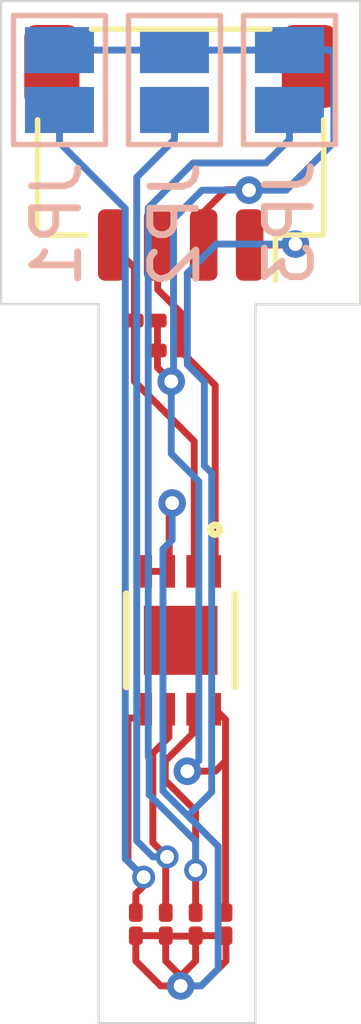
<source format=kicad_pcb>
(kicad_pcb (version 20241229) (generator "pcbnew") (generator_version "9.0")
  (title_block (comment 4 "AISLER Project ID: FDVXJSLO"))
  (layers (0 "F.Cu" signal) (2 "B.Cu" signal) (13 "F.Paste" user) (15 "B.Paste" user) (5 "F.SilkS" user "F.Silkscreen") (7 "B.SilkS" user "B.Silkscreen") (1 "F.Mask" user) (3 "B.Mask" user) (25 "Edge.Cuts" user))
  (net 0 "")
  (net 2 "GND")
  (net 3 "+3V3")
  (net 4 "SCL")
  (net 5 "SDA")
  (net 6 "Net-(JP2-B)")
  (net 7 "Net-(JP1-A)")
  (net 8 "Net-(JP3-B)")
  (footprint "Resistor_SMD:R_01005_0402Metric" (layer "F.Cu") (at 134.52 96.74 -90)
    (property "Reference" "R1" (hide yes))
    (property "Value" "10k" (hide yes))
    (pad "1" smd roundrect (at -0.25 0 270) (size 0.4 0.3) (layers "F.Cu" "F.Mask") (net 7 "Net-(JP1-A)"))
    (pad "2" smd roundrect (at 0.25 0 270) (size 0.4 0.3) (layers "F.Cu" "F.Mask") (net 2 "GND"))
  )
  (footprint "Resistor_SMD:R_01005_0402Metric" (layer "F.Cu") (at 135.24 84.29)
    (property "Reference" "R3" (hide yes))
    (property "Value" "3.3k" (hide yes))
    (pad "1" smd roundrect (at -0.25 0) (size 0.4 0.3) (layers "F.Cu" "F.Mask") (net 3 "+3V3"))
    (pad "2" smd roundrect (at 0.25 0) (size 0.4 0.3) (layers "F.Cu" "F.Mask") (net 5 "SDA"))
  )
  (footprint "Resistor_SMD:R_01005_0402Metric" (layer "F.Cu") (at 134.74 83.64 180)
    (property "Reference" "R2" (hide yes))
    (property "Value" "3.3k")
    (pad "1" smd roundrect (at -0.25 0 180) (size 0.4 0.3) (layers "F.Cu" "F.Mask") (net 3 "+3V3"))
    (pad "2" smd roundrect (at 0.25 0 180) (size 0.4 0.3) (layers "F.Cu" "F.Mask") (net 4 "SCL"))
  )
  (footprint "Riehlhome:JST_SH_SM04B-SRSS-TB_1x04-1MP_P1.00mm_Horizontal" (layer "F.Cu") (at 135.495 80 180)
    (property "Reference" "J1" (hide yes))
    (property "Value" "Conn_01x04_Socket" (hide yes))
    (fp_line (start 3.11 0.715) (end 3.11 -1.785) (stroke (width 0.12)) (layer "F.SilkS"))
    (fp_line (start 3.11 -1.785) (end 2.06 -1.785) (stroke (width 0.12)) (layer "F.SilkS"))
    (fp_line (start -1.94 2.685) (end 1.94 2.685) (stroke (width 0.12)) (layer "F.SilkS"))
    (fp_line (start -2.06 -1.785) (end -2.06 -2.775) (stroke (width 0.12)) (layer "F.SilkS"))
    (fp_line (start -3.11 0.715) (end -3.11 -1.785) (stroke (width 0.12)) (layer "F.SilkS"))
    (fp_line (start -3.11 -1.785) (end -2.06 -1.785) (stroke (width 0.12)) (layer "F.SilkS"))
    (pad "1" smd roundrect (at -1.5 -2 180) (size 0.6 1.55) (layers "F.Cu" "F.Mask" "F.Paste") (net 2 "GND"))
    (pad "2" smd roundrect (at -0.5 -2 180) (size 0.6 1.55) (layers "F.Cu" "F.Mask" "F.Paste") (net 3 "+3V3"))
    (pad "3" smd roundrect (at 0.5 -2 180) (size 0.6 1.55) (layers "F.Cu" "F.Mask" "F.Paste") (net 5 "SDA"))
    (pad "4" smd roundrect (at 1.5 -2 180) (size 0.6 1.55) (layers "F.Cu" "F.Mask" "F.Paste") (net 4 "SCL"))
    (pad "MP" smd roundrect (at -2.8 1.875 180) (size 1.2 1.8) (layers "F.Cu" "F.Mask" "F.Paste") (roundrect_rratio 0.208333))
    (pad "MP" smd roundrect (at 2.8 1.875 180) (size 1.2 1.8) (layers "F.Cu" "F.Mask" "F.Paste") (roundrect_rratio 0.208333))
  )
  (footprint "Resistor_SMD:R_01005_0402Metric" (layer "F.Cu") (at 135.17 96.74 -90)
    (property "Reference" "R4" (hide yes))
    (property "Value" "10k" (hide yes))
    (pad "1" smd roundrect (at -0.25 0 270) (size 0.4 0.3) (layers "F.Cu" "F.Mask") (net 6 "Net-(JP2-B)"))
    (pad "2" smd roundrect (at 0.25 0 270) (size 0.4 0.3) (layers "F.Cu" "F.Mask") (net 2 "GND"))
  )
  (footprint "Rohm_BH1900NUX_ALT:VSON008X2030_ROM" (layer "F.Cu") (at 135.495 90.58 -90)
    (property "Reference" "U1" (hide yes))
    (property "Value" "BH1900NUX-TR")
    (fp_line (start -1.006629 1.1811) (end 1.006629 1.1811) (stroke (width 0.1524)) (layer "F.SilkS"))
    (fp_line (start 1.006629 -1.1811) (end -1.006629 -1.1811) (stroke (width 0.1524)) (layer "F.SilkS"))
    (fp_circle (center -2.400325 -0.750189) (end -2.298725 -0.750189) (stroke (width 0.1524)) (fill no) (layer "F.SilkS"))
    (pad "1" smd rect (at -1.4962 -0.750189 270) (size 0.706399 0.2548) (layers "F.Cu" "F.Mask" "F.Paste") (net 5 "SDA"))
    (pad "2" smd rect (at -1.4962 -0.250063 270) (size 0.706399 0.2548) (layers "F.Cu" "F.Mask" "F.Paste") (net 4 "SCL"))
    (pad "3" smd rect (at -1.4962 0.250063 270) (size 0.706399 0.2548) (layers "F.Cu" "F.Mask" "F.Paste") (net 2 "GND"))
    (pad "4" smd rect (at -1.4962 0.750189 270) (size 0.706399 0.2548) (layers "F.Cu" "F.Mask" "F.Paste") (net 2 "GND"))
    (pad "5" smd rect (at 1.4962 0.750189 270) (size 0.706399 0.2548) (layers "F.Cu" "F.Mask" "F.Paste") (net 7 "Net-(JP1-A)"))
    (pad "6" smd rect (at 1.4962 0.250063 270) (size 0.706399 0.2548) (layers "F.Cu" "F.Mask" "F.Paste") (net 6 "Net-(JP2-B)"))
    (pad "7" smd rect (at 1.4962 -0.250063 270) (size 0.706399 0.2548) (layers "F.Cu" "F.Mask" "F.Paste") (net 8 "Net-(JP3-B)"))
    (pad "8" smd rect (at 1.4962 -0.750189 270) (size 0.706399 0.2548) (layers "F.Cu" "F.Mask" "F.Paste") (net 3 "+3V3"))
    (pad "9" smd rect (at 0 0 270) (size 1.4986 1.6002) (layers "F.Cu" "F.Mask" "F.Paste"))
  )
  (footprint "Resistor_SMD:R_01005_0402Metric" (layer "F.Cu") (at 135.82 96.74 -90)
    (property "Reference" "R5" (hide yes))
    (property "Value" "10k" (hide yes))
    (pad "1" smd roundrect (at -0.25 0 270) (size 0.4 0.3) (layers "F.Cu" "F.Mask") (net 8 "Net-(JP3-B)"))
    (pad "2" smd roundrect (at 0.25 0 270) (size 0.4 0.3) (layers "F.Cu" "F.Mask") (net 2 "GND"))
  )
  (footprint "Capacitor_SMD:C_01005_0402Metric" (layer "F.Cu") (at 136.47 96.74 90)
    (property "Reference" "C1" (hide yes))
    (property "Value" "100nF" (hide yes))
    (pad "1" smd roundrect (at -0.25 0 90) (size 0.4 0.3) (layers "F.Cu" "F.Mask") (net 2 "GND"))
    (pad "2" smd roundrect (at 0.25 0 90) (size 0.4 0.3) (layers "F.Cu" "F.Mask") (net 3 "+3V3"))
  )
  (footprint "Jumper:SolderJumper-2_P1.3mm_Open_Pad1.0x1.5mm" (layer "B.Cu") (at 137.86 78.42 -90)
    (property "Reference" "JP3" (at 3.1 0 90) (layer "B.SilkS") (effects (justify mirror)))
    (property "Value" "Jumper_2_Small_Open" (hide yes))
    (fp_line (start -1.4 1) (end 1.4 1) (stroke (width 0.12)) (layer "B.SilkS"))
    (fp_line (start 1.4 1) (end 1.4 -1) (stroke (width 0.12)) (layer "B.SilkS"))
    (fp_line (start -1.4 -1) (end -1.4 1) (stroke (width 0.12)) (layer "B.SilkS"))
    (fp_line (start 1.4 -1) (end -1.4 -1) (stroke (width 0.12)) (layer "B.SilkS"))
    (pad "1" smd rect (at -0.65 0 270) (size 1 1.5) (layers "B.Cu" "B.Mask") (net 3 "+3V3"))
    (pad "2" smd rect (at 0.65 0 270) (size 1 1.5) (layers "B.Cu" "B.Mask") (net 8 "Net-(JP3-B)"))
  )
  (footprint "Jumper:SolderJumper-2_P1.3mm_Open_Pad1.0x1.5mm" (layer "B.Cu") (at 135.36 78.42 -90)
    (property "Reference" "JP2" (at 3.14 -0.01 90) (layer "B.SilkS") (effects (justify mirror)))
    (property "Value" "Jumper_2_Small_Open" (hide yes))
    (fp_line (start -1.4 1) (end 1.4 1) (stroke (width 0.12)) (layer "B.SilkS"))
    (fp_line (start 1.4 1) (end 1.4 -1) (stroke (width 0.12)) (layer "B.SilkS"))
    (fp_line (start -1.4 -1) (end -1.4 1) (stroke (width 0.12)) (layer "B.SilkS"))
    (fp_line (start 1.4 -1) (end -1.4 -1) (stroke (width 0.12)) (layer "B.SilkS"))
    (pad "1" smd rect (at -0.65 0 270) (size 1 1.5) (layers "B.Cu" "B.Mask") (net 3 "+3V3"))
    (pad "2" smd rect (at 0.65 0 270) (size 1 1.5) (layers "B.Cu" "B.Mask") (net 6 "Net-(JP2-B)"))
  )
  (footprint "Jumper:SolderJumper-2_P1.3mm_Open_Pad1.0x1.5mm" (layer "B.Cu") (at 132.86 78.42 90)
    (property "Reference" "JP1" (at -3.13 -0.06 90) (layer "B.SilkS") (effects (justify mirror)))
    (property "Value" "Jumper_2_Small_Open" (hide yes))
    (fp_line (start 1.4 -1) (end -1.4 -1) (stroke (width 0.12)) (layer "B.SilkS"))
    (fp_line (start -1.4 -1) (end -1.4 1) (stroke (width 0.12)) (layer "B.SilkS"))
    (fp_line (start 1.4 1) (end 1.4 -1) (stroke (width 0.12)) (layer "B.SilkS"))
    (fp_line (start -1.4 1) (end 1.4 1) (stroke (width 0.12)) (layer "B.SilkS"))
    (pad "1" smd rect (at -0.65 0 90) (size 1 1.5) (layers "B.Cu" "B.Mask") (net 7 "Net-(JP1-A)"))
    (pad "2" smd rect (at 0.65 0 90) (size 1 1.5) (layers "B.Cu" "B.Mask") (net 3 "+3V3"))
  )
  (gr_poly (pts (xy 139.399988 76.708) (xy 139.399988 83.29) (xy 137.119988 83.29) (xy 137.12002 98.8866) (xy 133.711388 98.8866) (xy 133.711388 83.2846) (xy 131.591988 83.2846) (xy 131.591988 76.708)) (stroke (width 0.05)) (fill no) (layer "Edge.Cuts"))
  (segment (start 134.52 97.54) (end 134.52 96.99) (width 0.15) (layer "F.Cu") (net 2))
  (segment (start 135.495 98.08) (end 135.495 97.865) (width 0.15) (layer "F.Cu") (net 2))
  (segment (start 135.06 98.08) (end 134.52 97.54) (width 0.15) (layer "F.Cu") (net 2))
  (segment (start 135.98 96.98) (end 135.96 97) (width 0.15) (layer "F.Cu") (net 2))
  (segment (start 135.41 98.08) (end 135.41 98.05) (width 0.15) (layer "F.Cu") (net 2))
  (segment (start 135.495 97.865) (end 135.82 97.54) (width 0.15) (layer "F.Cu") (net 2))
  (segment (start 136.995 82) (end 137.97 82) (width 0.15) (layer "F.Cu") (net 2))
  (segment (start 135.495 98.08) (end 135.94 98.08) (width 0.15) (layer "F.Cu") (net 2))
  (segment (start 137.97 82) (end 137.99 81.98) (width 0.15) (layer "F.Cu") (net 2))
  (segment (start 135.99 96.99) (end 135.98 96.98) (width 0.15) (layer "F.Cu") (net 2))
  (segment (start 135.495 97.865) (end 135.17 97.54) (width 0.15) (layer "F.Cu") (net 2))
  (segment (start 134.52 96.99) (end 135.17 96.99) (width 0.15) (layer "F.Cu") (net 2))
  (segment (start 135.495 98.08) (end 135.06 98.08) (width 0.15) (layer "F.Cu") (net 2))
  (segment (start 135.244937 87.665063) (end 135.31 87.6) (width 0.15) (layer "F.Cu") (net 2))
  (segment (start 135.18 97) (end 135.17 96.99) (width 0.15) (layer "F.Cu") (net 2))
  (segment (start 135.17 97.54) (end 135.17 96.99) (width 0.15) (layer "F.Cu") (net 2))
  (segment (start 136.48 97) (end 136.47 96.99) (width 0.15) (layer "F.Cu") (net 2))
  (segment (start 135.94 98.08) (end 136.48 97.54) (width 0.15) (layer "F.Cu") (net 2))
  (segment (start 135.244937 89.0838) (end 134.744811 89.0838) (width 0.15) (layer "F.Cu") (net 2))
  (segment (start 136.48 97.54) (end 136.48 97) (width 0.15) (layer "F.Cu") (net 2))
  (segment (start 135.96 97) (end 135.18 97) (width 0.15) (layer "F.Cu") (net 2))
  (segment (start 135.82 97.54) (end 135.82 96.99) (width 0.15) (layer "F.Cu") (net 2))
  (segment (start 136.47 96.99) (end 135.99 96.99) (width 0.15) (layer "F.Cu") (net 2))
  (segment (start 135.244937 89.0838) (end 135.244937 87.665063) (width 0.15) (layer "F.Cu") (net 2))
  (via (at 135.495 98.08) (size 0.6) (drill 0.3) (layers "F.Cu" "B.Cu") (net 2))
  (via (at 137.99 81.98) (size 0.6) (drill 0.3) (layers "F.Cu" "B.Cu") (net 2))
  (via (at 135.31 87.6) (size 0.6) (drill 0.3) (layers "F.Cu" "B.Cu") (net 2))
  (segment (start 136.31 95.05) (end 136.31 97.71) (width 0.15) (layer "B.Cu") (net 2))
  (segment (start 136.01 84.97) (end 136.01 86.79) (width 0.15) (layer "B.Cu") (net 2))
  (segment (start 135.31 87.6) (end 135.31 88.4) (width 0.15) (layer "B.Cu") (net 2))
  (segment (start 135.64 84.6) (end 136.01 84.97) (width 0.15) (layer "B.Cu") (net 2))
  (segment (start 135.31 88.4) (end 135.11 88.6) (width 0.15) (layer "B.Cu") (net 2))
  (segment (start 137.99 81.98) (end 136.27 81.98) (width 0.15) (layer "B.Cu") (net 2))
  (segment (start 136.01 86.79) (end 136.17 86.95) (width 0.15) (layer "B.Cu") (net 2))
  (segment (start 136.27 81.98) (end 135.64 82.61) (width 0.15) (layer "B.Cu") (net 2))
  (segment (start 135.94 98.08) (end 135.495 98.08) (width 0.15) (layer "B.Cu") (net 2))
  (segment (start 136.17 86.95) (end 136.17 93.87) (width 0.15) (layer "B.Cu") (net 2))
  (segment (start 136.31 97.71) (end 135.94 98.08) (width 0.15) (layer "B.Cu") (net 2))
  (segment (start 136.17 93.87) (end 135.65 94.39) (width 0.15) (layer "B.Cu") (net 2))
  (segment (start 135.64 82.61) (end 135.64 84.6) (width 0.15) (layer "B.Cu") (net 2))
  (segment (start 135.11 93.85) (end 135.11 88.6) (width 0.15) (layer "B.Cu") (net 2))
  (segment (start 135.65 94.39) (end 136.31 95.05) (width 0.15) (layer "B.Cu") (net 2))
  (segment (start 135.11 93.85) (end 135.65 94.39) (width 0.15) (layer "B.Cu") (net 2))
  (segment (start 134.87 83.62) (end 134.89 83.64) (width 0.15) (layer "F.Cu") (net 3))
  (segment (start 136.47 92.301011) (end 136.47 93.2) (width 0.15) (layer "F.Cu") (net 3))
  (segment (start 135.995 82) (end 135.995 81.285) (width 0.15) (layer "F.Cu") (net 3))
  (segment (start 136.15 81.85) (end 136 82) (width 0.15) (layer "F.Cu") (net 3))
  (segment (start 136.97 80.8) (end 136.98 80.81) (width 0.15) (layer "F.Cu") (net 3))
  (segment (start 136.25 93.42) (end 136.47 93.2) (width 0.15) (layer "F.Cu") (net 3))
  (segment (start 134.99 84.66) (end 134.99 84.29) (width 0.15) (layer "F.Cu") (net 3))
  (segment (start 135.64 93.42) (end 135.64 93.39) (width 0.15) (layer "F.Cu") (net 3))
  (segment (start 135.995 81.285) (end 136.48 80.8) (width 0.15) (layer "F.Cu") (net 3))
  (segment (start 136.245189 92.0762) (end 136.47 92.301011) (width 0.15) (layer "F.Cu") (net 3))
  (segment (start 136.47 93.2) (end 136.47 96.49) (width 0.15) (layer "F.Cu") (net 3))
  (segment (start 135.64 93.42) (end 136.25 93.42) (width 0.15) (layer "F.Cu") (net 3))
  (segment (start 134.99 84.29) (end 134.99 83.64) (width 0.15) (layer "F.Cu") (net 3))
  (segment (start 136.48 80.8) (end 136.97 80.8) (width 0.15) (layer "F.Cu") (net 3))
  (segment (start 135.29 84.96) (end 134.99 84.66) (width 0.15) (layer "F.Cu") (net 3))
  (segment (start 135.64 93.42) (end 135.64 93.58) (width 0.15) (layer "F.Cu") (net 3))
  (via (at 135.29 84.96) (size 0.6) (drill 0.3) (layers "F.Cu" "B.Cu") (net 3))
  (via (at 135.64 93.42) (size 0.6) (drill 0.3) (layers "F.Cu" "B.Cu") (net 3))
  (via (at 136.98 80.81) (size 0.6) (drill 0.3) (layers "F.Cu" "B.Cu") (net 3))
  (segment (start 135.89 93.19) (end 135.66 93.42) (width 0.15) (layer "B.Cu") (net 3))
  (segment (start 135.29 84.96) (end 135.29 86.53) (width 0.15) (layer "B.Cu") (net 3))
  (segment (start 135.66 93.42) (end 135.64 93.42) (width 0.15) (layer "B.Cu") (net 3))
  (segment (start 138.824988 79.775012) (end 137.79 80.81) (width 0.15) (layer "B.Cu") (net 3))
  (segment (start 135.29 84.96) (end 135.34 84.91) (width 0.15) (layer "B.Cu") (net 3))
  (segment (start 135.96 80.81) (end 136.98 80.81) (width 0.15) (layer "B.Cu") (net 3))
  (segment (start 135.34 81.43) (end 135.96 80.81) (width 0.15) (layer "B.Cu") (net 3))
  (segment (start 132.86 77.77) (end 135.36 77.77) (width 0.15) (layer "B.Cu") (net 3))
  (segment (start 135.36 77.77) (end 137.86 77.77) (width 0.15) (layer "B.Cu") (net 3))
  (segment (start 137.86 77.77) (end 138.734988 77.77) (width 0.15) (layer "B.Cu") (net 3))
  (segment (start 138.824988 77.86) (end 138.824988 79.775012) (width 0.15) (layer "B.Cu") (net 3))
  (segment (start 137.79 80.81) (end 136.98 80.81) (width 0.15) (layer "B.Cu") (net 3))
  (segment (start 138.734988 77.77) (end 138.824988 77.86) (width 0.15) (layer "B.Cu") (net 3))
  (segment (start 135.34 84.91) (end 135.34 81.43) (width 0.15) (layer "B.Cu") (net 3))
  (segment (start 135.89 87.13) (end 135.89 93.19) (width 0.15) (layer "B.Cu") (net 3))
  (segment (start 135.29 86.53) (end 135.89 87.13) (width 0.15) (layer "B.Cu") (net 3))
  (segment (start 135.79 89.038863) (end 135.745063 89.0838) (width 0.15) (layer "F.Cu") (net 4))
  (segment (start 135.79 86.26) (end 134.665 85.135) (width 0.15) (layer "F.Cu") (net 4))
  (segment (start 134.49 82.495) (end 133.995 82) (width 0.15) (layer "F.Cu") (net 4))
  (segment (start 135.79 86.26) (end 135.79 89.038863) (width 0.15) (layer "F.Cu") (net 4))
  (segment (start 134.49 83.64) (end 134.49 82.495) (width 0.15) (layer "F.Cu") (net 4))
  (segment (start 134.38 83.62) (end 134.37 83.63) (width 0.15) (layer "F.Cu") (net 4))
  (segment (start 134.37 83.61) (end 134.38 83.62) (width 0.15) (layer "F.Cu") (net 4))
  (segment (start 134.49 83.64) (end 134.49 84.96) (width 0.15) (layer "F.Cu") (net 4))
  (segment (start 134.37 83.62) (end 134.38 83.62) (width 0.15) (layer "F.Cu") (net 4))
  (segment (start 134.49 84.96) (end 134.665 85.135) (width 0.15) (layer "F.Cu") (net 4))
  (segment (start 135.49 83.46) (end 134.995 82.965) (width 0.15) (layer "F.Cu") (net 5))
  (segment (start 135.49 84.29) (end 135.49 83.46) (width 0.15) (layer "F.Cu") (net 5))
  (segment (start 136.245189 85.045189) (end 136.245189 89.0838) (width 0.15) (layer "F.Cu") (net 5))
  (segment (start 135 82) (end 134.874 82.126) (width 0.15) (layer "F.Cu") (net 5))
  (segment (start 134.995 82.965) (end 134.995 82) (width 0.15) (layer "F.Cu") (net 5))
  (segment (start 135.49 84.29) (end 136.245189 85.045189) (width 0.15) (layer "F.Cu") (net 5))
  (segment (start 135.24 92.081137) (end 135.244937 92.0762) (width 0.15) (layer "F.Cu") (net 6))
  (segment (start 135.17 96.49) (end 135.17 95.31) (width 0.15) (layer "F.Cu") (net 6))
  (segment (start 134.89 93.03) (end 135.24 92.68) (width 0.15) (layer "F.Cu") (net 6))
  (segment (start 135.24 92.68) (end 135.24 92.081137) (width 0.15) (layer "F.Cu") (net 6))
  (segment (start 135.17 95.31) (end 135.2 95.28) (width 0.15) (layer "F.Cu") (net 6))
  (segment (start 134.89 94.97) (end 134.89 93.03) (width 0.15) (layer "F.Cu") (net 6))
  (segment (start 135.2 95.28) (end 134.89 94.97) (width 0.15) (layer "F.Cu") (net 6))
  (via (at 135.2 95.28) (size 0.5) (drill 0.3) (layers "F.Cu" "B.Cu") (net 6))
  (segment (start 135.2 95.28) (end 134.89 95.28) (width 0.15) (layer "B.Cu") (net 6))
  (segment (start 134.54 94.93) (end 134.54 80.53) (width 0.15) (layer "B.Cu") (net 6))
  (segment (start 134.89 95.28) (end 134.54 94.93) (width 0.15) (layer "B.Cu") (net 6))
  (segment (start 135.36 79.71) (end 135.36 79.07) (width 0.15) (layer "B.Cu") (net 6))
  (segment (start 134.54 80.53) (end 135.36 79.71) (width 0.15) (layer "B.Cu") (net 6))
  (segment (start 134.52 96.08) (end 134.52 96.49) (width 0.15) (layer "F.Cu") (net 7))
  (segment (start 134.35 92.266011) (end 134.496573 92.266011) (width 0.15) (layer "F.Cu") (net 7))
  (segment (start 134.69 95.91) (end 134.52 96.08) (width 0.15) (layer "F.Cu") (net 7))
  (segment (start 134.69 95.72) (end 134.69 95.91) (width 0.15) (layer "F.Cu") (net 7))
  (segment (start 134.35 95.38) (end 134.35 92.266011) (width 0.15) (layer "F.Cu") (net 7))
  (segment (start 134.496573 92.266011) (end 134.715598 92.046986) (width 0.15) (layer "F.Cu") (net 7))
  (segment (start 134.69 95.72) (end 134.35 95.38) (width 0.15) (layer "F.Cu") (net 7))
  (via (at 134.69 95.72) (size 0.5) (drill 0.3) (layers "F.Cu" "B.Cu") (net 7))
  (segment (start 134.29 95.32) (end 134.29 94.38) (width 0.15) (layer "B.Cu") (net 7))
  (segment (start 132.86 79.78) (end 132.86 79.07) (width 0.15) (layer "B.Cu") (net 7))
  (segment (start 134.69 95.72) (end 134.29 95.32) (width 0.15) (layer "B.Cu") (net 7))
  (segment (start 134.29 81.21) (end 132.86 79.78) (width 0.15) (layer "B.Cu") (net 7))
  (segment (start 134.29 94.38) (end 134.29 81.21) (width 0.15) (layer "B.Cu") (net 7))
  (segment (start 135.82 95.57) (end 135.82 96.49) (width 0.15) (layer "F.Cu") (net 8))
  (segment (start 135.745063 92.605063) (end 135.745063 92.0762) (width 0.15) (layer "F.Cu") (net 8))
  (segment (start 135.88 95.57) (end 135.88 95.54) (width 0.15) (layer "F.Cu") (net 8))
  (segment (start 135.16 93.2) (end 135.75 92.61) (width 0.15) (layer "F.Cu") (net 8))
  (segment (start 135.16 93.62) (end 135.16 93.2) (width 0.15) (layer "F.Cu") (net 8))
  (segment (start 135.75 92.61) (end 135.745063 92.605063) (width 0.15) (layer "F.Cu") (net 8))
  (segment (start 135.82 95.57) (end 135.82 94.28) (width 0.15) (layer "F.Cu") (net 8))
  (segment (start 135.82 94.28) (end 135.16 93.62) (width 0.15) (layer "F.Cu") (net 8))
  (via (at 135.82 95.57) (size 0.5) (drill 0.3) (layers "F.Cu" "B.Cu") (net 8))
  (segment (start 137.35 80.22) (end 135.765 80.22) (width 0.15) (layer "B.Cu") (net 8))
  (segment (start 134.81 93.12) (end 134.81 93.93) (width 0.15) (layer "B.Cu") (net 8))
  (segment (start 135.765 80.22) (end 134.79 81.195) (width 0.15) (layer "B.Cu") (net 8))
  (segment (start 135.82 94.94) (end 135.82 95.57) (width 0.15) (layer "B.Cu") (net 8))
  (segment (start 134.81 93.93) (end 135.82 94.94) (width 0.15) (layer "B.Cu") (net 8))
  (segment (start 137.86 79.07) (end 137.86 79.71) (width 0.15) (layer "B.Cu") (net 8))
  (segment (start 134.79 93.1) (end 134.81 93.12) (width 0.15) (layer "B.Cu") (net 8))
  (segment (start 137.86 79.71) (end 137.35 80.22) (width 0.15) (layer "B.Cu") (net 8))
  (segment (start 134.79 81.195) (end 134.79 93.1) (width 0.15) (layer "B.Cu") (net 8))
)
</source>
